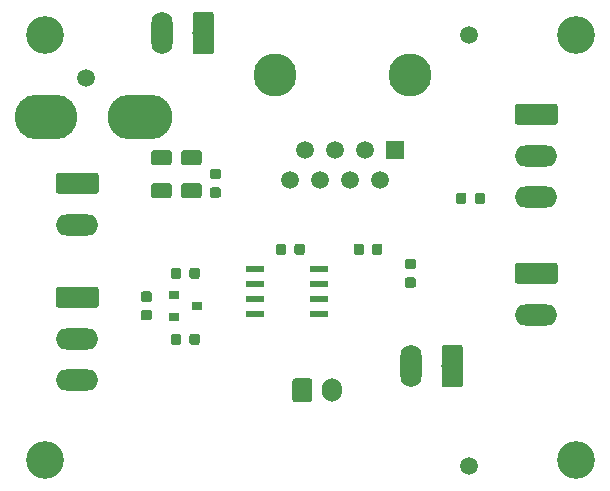
<source format=gbr>
%TF.GenerationSoftware,KiCad,Pcbnew,(5.1.4)-1*%
%TF.CreationDate,2021-10-25T09:38:00+02:00*%
%TF.ProjectId,bbb-diffcape-receiver,6262622d-6469-4666-9663-6170652d7265,rev?*%
%TF.SameCoordinates,Original*%
%TF.FileFunction,Soldermask,Top*%
%TF.FilePolarity,Negative*%
%FSLAX46Y46*%
G04 Gerber Fmt 4.6, Leading zero omitted, Abs format (unit mm)*
G04 Created by KiCad (PCBNEW (5.1.4)-1) date 2021-10-25 09:38:00*
%MOMM*%
%LPD*%
G04 APERTURE LIST*
%ADD10C,3.650000*%
%ADD11R,1.500000X1.500000*%
%ADD12C,1.500000*%
%ADD13O,1.800000X3.600000*%
%ADD14C,0.100000*%
%ADD15C,1.800000*%
%ADD16C,3.200000*%
%ADD17R,1.550000X0.600000*%
%ADD18C,0.875000*%
%ADD19O,1.700000X2.000000*%
%ADD20C,1.700000*%
%ADD21O,3.600000X1.800000*%
%ADD22O,5.300000X3.800000*%
%ADD23O,5.500000X3.800000*%
%ADD24R,0.900000X0.800000*%
%ADD25C,1.250000*%
G04 APERTURE END LIST*
D10*
%TO.C,J8*%
X111506000Y-56388000D03*
X122936000Y-56388000D03*
D11*
X121666000Y-62738000D03*
D12*
X120396000Y-65278000D03*
X119126000Y-62738000D03*
X117856000Y-65278000D03*
X116586000Y-62738000D03*
X115316000Y-65278000D03*
X114046000Y-62738000D03*
X112776000Y-65278000D03*
%TD*%
D13*
%TO.C,J7*%
X101910000Y-52832000D03*
D14*
G36*
X106084504Y-51033204D02*
G01*
X106108773Y-51036804D01*
X106132571Y-51042765D01*
X106155671Y-51051030D01*
X106177849Y-51061520D01*
X106198893Y-51074133D01*
X106218598Y-51088747D01*
X106236777Y-51105223D01*
X106253253Y-51123402D01*
X106267867Y-51143107D01*
X106280480Y-51164151D01*
X106290970Y-51186329D01*
X106299235Y-51209429D01*
X106305196Y-51233227D01*
X106308796Y-51257496D01*
X106310000Y-51282000D01*
X106310000Y-54382000D01*
X106308796Y-54406504D01*
X106305196Y-54430773D01*
X106299235Y-54454571D01*
X106290970Y-54477671D01*
X106280480Y-54499849D01*
X106267867Y-54520893D01*
X106253253Y-54540598D01*
X106236777Y-54558777D01*
X106218598Y-54575253D01*
X106198893Y-54589867D01*
X106177849Y-54602480D01*
X106155671Y-54612970D01*
X106132571Y-54621235D01*
X106108773Y-54627196D01*
X106084504Y-54630796D01*
X106060000Y-54632000D01*
X104760000Y-54632000D01*
X104735496Y-54630796D01*
X104711227Y-54627196D01*
X104687429Y-54621235D01*
X104664329Y-54612970D01*
X104642151Y-54602480D01*
X104621107Y-54589867D01*
X104601402Y-54575253D01*
X104583223Y-54558777D01*
X104566747Y-54540598D01*
X104552133Y-54520893D01*
X104539520Y-54499849D01*
X104529030Y-54477671D01*
X104520765Y-54454571D01*
X104514804Y-54430773D01*
X104511204Y-54406504D01*
X104510000Y-54382000D01*
X104510000Y-51282000D01*
X104511204Y-51257496D01*
X104514804Y-51233227D01*
X104520765Y-51209429D01*
X104529030Y-51186329D01*
X104539520Y-51164151D01*
X104552133Y-51143107D01*
X104566747Y-51123402D01*
X104583223Y-51105223D01*
X104601402Y-51088747D01*
X104621107Y-51074133D01*
X104642151Y-51061520D01*
X104664329Y-51051030D01*
X104687429Y-51042765D01*
X104711227Y-51036804D01*
X104735496Y-51033204D01*
X104760000Y-51032000D01*
X106060000Y-51032000D01*
X106084504Y-51033204D01*
X106084504Y-51033204D01*
G37*
D15*
X105410000Y-52832000D03*
%TD*%
D12*
%TO.C,FID3*%
X127889000Y-89471500D03*
%TD*%
%TO.C,FID2*%
X127889000Y-53022500D03*
%TD*%
%TO.C,FID1*%
X95504000Y-56642000D03*
%TD*%
D16*
%TO.C,H4*%
X137000000Y-89000000D03*
%TD*%
%TO.C,H3*%
X92000000Y-53000000D03*
%TD*%
%TO.C,H2*%
X137000000Y-53000000D03*
%TD*%
%TO.C,H1*%
X92000000Y-89000000D03*
%TD*%
D17*
%TO.C,U1*%
X109822000Y-76581000D03*
X109822000Y-75311000D03*
X109822000Y-74041000D03*
X109822000Y-72771000D03*
X115222000Y-72771000D03*
X115222000Y-74041000D03*
X115222000Y-75311000D03*
X115222000Y-76581000D03*
%TD*%
D14*
%TO.C,R5*%
G36*
X129069191Y-66328053D02*
G01*
X129090426Y-66331203D01*
X129111250Y-66336419D01*
X129131462Y-66343651D01*
X129150868Y-66352830D01*
X129169281Y-66363866D01*
X129186524Y-66376654D01*
X129202430Y-66391070D01*
X129216846Y-66406976D01*
X129229634Y-66424219D01*
X129240670Y-66442632D01*
X129249849Y-66462038D01*
X129257081Y-66482250D01*
X129262297Y-66503074D01*
X129265447Y-66524309D01*
X129266500Y-66545750D01*
X129266500Y-67058250D01*
X129265447Y-67079691D01*
X129262297Y-67100926D01*
X129257081Y-67121750D01*
X129249849Y-67141962D01*
X129240670Y-67161368D01*
X129229634Y-67179781D01*
X129216846Y-67197024D01*
X129202430Y-67212930D01*
X129186524Y-67227346D01*
X129169281Y-67240134D01*
X129150868Y-67251170D01*
X129131462Y-67260349D01*
X129111250Y-67267581D01*
X129090426Y-67272797D01*
X129069191Y-67275947D01*
X129047750Y-67277000D01*
X128610250Y-67277000D01*
X128588809Y-67275947D01*
X128567574Y-67272797D01*
X128546750Y-67267581D01*
X128526538Y-67260349D01*
X128507132Y-67251170D01*
X128488719Y-67240134D01*
X128471476Y-67227346D01*
X128455570Y-67212930D01*
X128441154Y-67197024D01*
X128428366Y-67179781D01*
X128417330Y-67161368D01*
X128408151Y-67141962D01*
X128400919Y-67121750D01*
X128395703Y-67100926D01*
X128392553Y-67079691D01*
X128391500Y-67058250D01*
X128391500Y-66545750D01*
X128392553Y-66524309D01*
X128395703Y-66503074D01*
X128400919Y-66482250D01*
X128408151Y-66462038D01*
X128417330Y-66442632D01*
X128428366Y-66424219D01*
X128441154Y-66406976D01*
X128455570Y-66391070D01*
X128471476Y-66376654D01*
X128488719Y-66363866D01*
X128507132Y-66352830D01*
X128526538Y-66343651D01*
X128546750Y-66336419D01*
X128567574Y-66331203D01*
X128588809Y-66328053D01*
X128610250Y-66327000D01*
X129047750Y-66327000D01*
X129069191Y-66328053D01*
X129069191Y-66328053D01*
G37*
D18*
X128829000Y-66802000D03*
D14*
G36*
X127494191Y-66328053D02*
G01*
X127515426Y-66331203D01*
X127536250Y-66336419D01*
X127556462Y-66343651D01*
X127575868Y-66352830D01*
X127594281Y-66363866D01*
X127611524Y-66376654D01*
X127627430Y-66391070D01*
X127641846Y-66406976D01*
X127654634Y-66424219D01*
X127665670Y-66442632D01*
X127674849Y-66462038D01*
X127682081Y-66482250D01*
X127687297Y-66503074D01*
X127690447Y-66524309D01*
X127691500Y-66545750D01*
X127691500Y-67058250D01*
X127690447Y-67079691D01*
X127687297Y-67100926D01*
X127682081Y-67121750D01*
X127674849Y-67141962D01*
X127665670Y-67161368D01*
X127654634Y-67179781D01*
X127641846Y-67197024D01*
X127627430Y-67212930D01*
X127611524Y-67227346D01*
X127594281Y-67240134D01*
X127575868Y-67251170D01*
X127556462Y-67260349D01*
X127536250Y-67267581D01*
X127515426Y-67272797D01*
X127494191Y-67275947D01*
X127472750Y-67277000D01*
X127035250Y-67277000D01*
X127013809Y-67275947D01*
X126992574Y-67272797D01*
X126971750Y-67267581D01*
X126951538Y-67260349D01*
X126932132Y-67251170D01*
X126913719Y-67240134D01*
X126896476Y-67227346D01*
X126880570Y-67212930D01*
X126866154Y-67197024D01*
X126853366Y-67179781D01*
X126842330Y-67161368D01*
X126833151Y-67141962D01*
X126825919Y-67121750D01*
X126820703Y-67100926D01*
X126817553Y-67079691D01*
X126816500Y-67058250D01*
X126816500Y-66545750D01*
X126817553Y-66524309D01*
X126820703Y-66503074D01*
X126825919Y-66482250D01*
X126833151Y-66462038D01*
X126842330Y-66442632D01*
X126853366Y-66424219D01*
X126866154Y-66406976D01*
X126880570Y-66391070D01*
X126896476Y-66376654D01*
X126913719Y-66363866D01*
X126932132Y-66352830D01*
X126951538Y-66343651D01*
X126971750Y-66336419D01*
X126992574Y-66331203D01*
X127013809Y-66328053D01*
X127035250Y-66327000D01*
X127472750Y-66327000D01*
X127494191Y-66328053D01*
X127494191Y-66328053D01*
G37*
D18*
X127254000Y-66802000D03*
%TD*%
D14*
%TO.C,R4*%
G36*
X118807191Y-70646053D02*
G01*
X118828426Y-70649203D01*
X118849250Y-70654419D01*
X118869462Y-70661651D01*
X118888868Y-70670830D01*
X118907281Y-70681866D01*
X118924524Y-70694654D01*
X118940430Y-70709070D01*
X118954846Y-70724976D01*
X118967634Y-70742219D01*
X118978670Y-70760632D01*
X118987849Y-70780038D01*
X118995081Y-70800250D01*
X119000297Y-70821074D01*
X119003447Y-70842309D01*
X119004500Y-70863750D01*
X119004500Y-71376250D01*
X119003447Y-71397691D01*
X119000297Y-71418926D01*
X118995081Y-71439750D01*
X118987849Y-71459962D01*
X118978670Y-71479368D01*
X118967634Y-71497781D01*
X118954846Y-71515024D01*
X118940430Y-71530930D01*
X118924524Y-71545346D01*
X118907281Y-71558134D01*
X118888868Y-71569170D01*
X118869462Y-71578349D01*
X118849250Y-71585581D01*
X118828426Y-71590797D01*
X118807191Y-71593947D01*
X118785750Y-71595000D01*
X118348250Y-71595000D01*
X118326809Y-71593947D01*
X118305574Y-71590797D01*
X118284750Y-71585581D01*
X118264538Y-71578349D01*
X118245132Y-71569170D01*
X118226719Y-71558134D01*
X118209476Y-71545346D01*
X118193570Y-71530930D01*
X118179154Y-71515024D01*
X118166366Y-71497781D01*
X118155330Y-71479368D01*
X118146151Y-71459962D01*
X118138919Y-71439750D01*
X118133703Y-71418926D01*
X118130553Y-71397691D01*
X118129500Y-71376250D01*
X118129500Y-70863750D01*
X118130553Y-70842309D01*
X118133703Y-70821074D01*
X118138919Y-70800250D01*
X118146151Y-70780038D01*
X118155330Y-70760632D01*
X118166366Y-70742219D01*
X118179154Y-70724976D01*
X118193570Y-70709070D01*
X118209476Y-70694654D01*
X118226719Y-70681866D01*
X118245132Y-70670830D01*
X118264538Y-70661651D01*
X118284750Y-70654419D01*
X118305574Y-70649203D01*
X118326809Y-70646053D01*
X118348250Y-70645000D01*
X118785750Y-70645000D01*
X118807191Y-70646053D01*
X118807191Y-70646053D01*
G37*
D18*
X118567000Y-71120000D03*
D14*
G36*
X120382191Y-70646053D02*
G01*
X120403426Y-70649203D01*
X120424250Y-70654419D01*
X120444462Y-70661651D01*
X120463868Y-70670830D01*
X120482281Y-70681866D01*
X120499524Y-70694654D01*
X120515430Y-70709070D01*
X120529846Y-70724976D01*
X120542634Y-70742219D01*
X120553670Y-70760632D01*
X120562849Y-70780038D01*
X120570081Y-70800250D01*
X120575297Y-70821074D01*
X120578447Y-70842309D01*
X120579500Y-70863750D01*
X120579500Y-71376250D01*
X120578447Y-71397691D01*
X120575297Y-71418926D01*
X120570081Y-71439750D01*
X120562849Y-71459962D01*
X120553670Y-71479368D01*
X120542634Y-71497781D01*
X120529846Y-71515024D01*
X120515430Y-71530930D01*
X120499524Y-71545346D01*
X120482281Y-71558134D01*
X120463868Y-71569170D01*
X120444462Y-71578349D01*
X120424250Y-71585581D01*
X120403426Y-71590797D01*
X120382191Y-71593947D01*
X120360750Y-71595000D01*
X119923250Y-71595000D01*
X119901809Y-71593947D01*
X119880574Y-71590797D01*
X119859750Y-71585581D01*
X119839538Y-71578349D01*
X119820132Y-71569170D01*
X119801719Y-71558134D01*
X119784476Y-71545346D01*
X119768570Y-71530930D01*
X119754154Y-71515024D01*
X119741366Y-71497781D01*
X119730330Y-71479368D01*
X119721151Y-71459962D01*
X119713919Y-71439750D01*
X119708703Y-71418926D01*
X119705553Y-71397691D01*
X119704500Y-71376250D01*
X119704500Y-70863750D01*
X119705553Y-70842309D01*
X119708703Y-70821074D01*
X119713919Y-70800250D01*
X119721151Y-70780038D01*
X119730330Y-70760632D01*
X119741366Y-70742219D01*
X119754154Y-70724976D01*
X119768570Y-70709070D01*
X119784476Y-70694654D01*
X119801719Y-70681866D01*
X119820132Y-70670830D01*
X119839538Y-70661651D01*
X119859750Y-70654419D01*
X119880574Y-70649203D01*
X119901809Y-70646053D01*
X119923250Y-70645000D01*
X120360750Y-70645000D01*
X120382191Y-70646053D01*
X120382191Y-70646053D01*
G37*
D18*
X120142000Y-71120000D03*
%TD*%
D14*
%TO.C,R3*%
G36*
X104913691Y-78266053D02*
G01*
X104934926Y-78269203D01*
X104955750Y-78274419D01*
X104975962Y-78281651D01*
X104995368Y-78290830D01*
X105013781Y-78301866D01*
X105031024Y-78314654D01*
X105046930Y-78329070D01*
X105061346Y-78344976D01*
X105074134Y-78362219D01*
X105085170Y-78380632D01*
X105094349Y-78400038D01*
X105101581Y-78420250D01*
X105106797Y-78441074D01*
X105109947Y-78462309D01*
X105111000Y-78483750D01*
X105111000Y-78996250D01*
X105109947Y-79017691D01*
X105106797Y-79038926D01*
X105101581Y-79059750D01*
X105094349Y-79079962D01*
X105085170Y-79099368D01*
X105074134Y-79117781D01*
X105061346Y-79135024D01*
X105046930Y-79150930D01*
X105031024Y-79165346D01*
X105013781Y-79178134D01*
X104995368Y-79189170D01*
X104975962Y-79198349D01*
X104955750Y-79205581D01*
X104934926Y-79210797D01*
X104913691Y-79213947D01*
X104892250Y-79215000D01*
X104454750Y-79215000D01*
X104433309Y-79213947D01*
X104412074Y-79210797D01*
X104391250Y-79205581D01*
X104371038Y-79198349D01*
X104351632Y-79189170D01*
X104333219Y-79178134D01*
X104315976Y-79165346D01*
X104300070Y-79150930D01*
X104285654Y-79135024D01*
X104272866Y-79117781D01*
X104261830Y-79099368D01*
X104252651Y-79079962D01*
X104245419Y-79059750D01*
X104240203Y-79038926D01*
X104237053Y-79017691D01*
X104236000Y-78996250D01*
X104236000Y-78483750D01*
X104237053Y-78462309D01*
X104240203Y-78441074D01*
X104245419Y-78420250D01*
X104252651Y-78400038D01*
X104261830Y-78380632D01*
X104272866Y-78362219D01*
X104285654Y-78344976D01*
X104300070Y-78329070D01*
X104315976Y-78314654D01*
X104333219Y-78301866D01*
X104351632Y-78290830D01*
X104371038Y-78281651D01*
X104391250Y-78274419D01*
X104412074Y-78269203D01*
X104433309Y-78266053D01*
X104454750Y-78265000D01*
X104892250Y-78265000D01*
X104913691Y-78266053D01*
X104913691Y-78266053D01*
G37*
D18*
X104673500Y-78740000D03*
D14*
G36*
X103338691Y-78266053D02*
G01*
X103359926Y-78269203D01*
X103380750Y-78274419D01*
X103400962Y-78281651D01*
X103420368Y-78290830D01*
X103438781Y-78301866D01*
X103456024Y-78314654D01*
X103471930Y-78329070D01*
X103486346Y-78344976D01*
X103499134Y-78362219D01*
X103510170Y-78380632D01*
X103519349Y-78400038D01*
X103526581Y-78420250D01*
X103531797Y-78441074D01*
X103534947Y-78462309D01*
X103536000Y-78483750D01*
X103536000Y-78996250D01*
X103534947Y-79017691D01*
X103531797Y-79038926D01*
X103526581Y-79059750D01*
X103519349Y-79079962D01*
X103510170Y-79099368D01*
X103499134Y-79117781D01*
X103486346Y-79135024D01*
X103471930Y-79150930D01*
X103456024Y-79165346D01*
X103438781Y-79178134D01*
X103420368Y-79189170D01*
X103400962Y-79198349D01*
X103380750Y-79205581D01*
X103359926Y-79210797D01*
X103338691Y-79213947D01*
X103317250Y-79215000D01*
X102879750Y-79215000D01*
X102858309Y-79213947D01*
X102837074Y-79210797D01*
X102816250Y-79205581D01*
X102796038Y-79198349D01*
X102776632Y-79189170D01*
X102758219Y-79178134D01*
X102740976Y-79165346D01*
X102725070Y-79150930D01*
X102710654Y-79135024D01*
X102697866Y-79117781D01*
X102686830Y-79099368D01*
X102677651Y-79079962D01*
X102670419Y-79059750D01*
X102665203Y-79038926D01*
X102662053Y-79017691D01*
X102661000Y-78996250D01*
X102661000Y-78483750D01*
X102662053Y-78462309D01*
X102665203Y-78441074D01*
X102670419Y-78420250D01*
X102677651Y-78400038D01*
X102686830Y-78380632D01*
X102697866Y-78362219D01*
X102710654Y-78344976D01*
X102725070Y-78329070D01*
X102740976Y-78314654D01*
X102758219Y-78301866D01*
X102776632Y-78290830D01*
X102796038Y-78281651D01*
X102816250Y-78274419D01*
X102837074Y-78269203D01*
X102858309Y-78266053D01*
X102879750Y-78265000D01*
X103317250Y-78265000D01*
X103338691Y-78266053D01*
X103338691Y-78266053D01*
G37*
D18*
X103098500Y-78740000D03*
%TD*%
D14*
%TO.C,R2*%
G36*
X104913691Y-72678053D02*
G01*
X104934926Y-72681203D01*
X104955750Y-72686419D01*
X104975962Y-72693651D01*
X104995368Y-72702830D01*
X105013781Y-72713866D01*
X105031024Y-72726654D01*
X105046930Y-72741070D01*
X105061346Y-72756976D01*
X105074134Y-72774219D01*
X105085170Y-72792632D01*
X105094349Y-72812038D01*
X105101581Y-72832250D01*
X105106797Y-72853074D01*
X105109947Y-72874309D01*
X105111000Y-72895750D01*
X105111000Y-73408250D01*
X105109947Y-73429691D01*
X105106797Y-73450926D01*
X105101581Y-73471750D01*
X105094349Y-73491962D01*
X105085170Y-73511368D01*
X105074134Y-73529781D01*
X105061346Y-73547024D01*
X105046930Y-73562930D01*
X105031024Y-73577346D01*
X105013781Y-73590134D01*
X104995368Y-73601170D01*
X104975962Y-73610349D01*
X104955750Y-73617581D01*
X104934926Y-73622797D01*
X104913691Y-73625947D01*
X104892250Y-73627000D01*
X104454750Y-73627000D01*
X104433309Y-73625947D01*
X104412074Y-73622797D01*
X104391250Y-73617581D01*
X104371038Y-73610349D01*
X104351632Y-73601170D01*
X104333219Y-73590134D01*
X104315976Y-73577346D01*
X104300070Y-73562930D01*
X104285654Y-73547024D01*
X104272866Y-73529781D01*
X104261830Y-73511368D01*
X104252651Y-73491962D01*
X104245419Y-73471750D01*
X104240203Y-73450926D01*
X104237053Y-73429691D01*
X104236000Y-73408250D01*
X104236000Y-72895750D01*
X104237053Y-72874309D01*
X104240203Y-72853074D01*
X104245419Y-72832250D01*
X104252651Y-72812038D01*
X104261830Y-72792632D01*
X104272866Y-72774219D01*
X104285654Y-72756976D01*
X104300070Y-72741070D01*
X104315976Y-72726654D01*
X104333219Y-72713866D01*
X104351632Y-72702830D01*
X104371038Y-72693651D01*
X104391250Y-72686419D01*
X104412074Y-72681203D01*
X104433309Y-72678053D01*
X104454750Y-72677000D01*
X104892250Y-72677000D01*
X104913691Y-72678053D01*
X104913691Y-72678053D01*
G37*
D18*
X104673500Y-73152000D03*
D14*
G36*
X103338691Y-72678053D02*
G01*
X103359926Y-72681203D01*
X103380750Y-72686419D01*
X103400962Y-72693651D01*
X103420368Y-72702830D01*
X103438781Y-72713866D01*
X103456024Y-72726654D01*
X103471930Y-72741070D01*
X103486346Y-72756976D01*
X103499134Y-72774219D01*
X103510170Y-72792632D01*
X103519349Y-72812038D01*
X103526581Y-72832250D01*
X103531797Y-72853074D01*
X103534947Y-72874309D01*
X103536000Y-72895750D01*
X103536000Y-73408250D01*
X103534947Y-73429691D01*
X103531797Y-73450926D01*
X103526581Y-73471750D01*
X103519349Y-73491962D01*
X103510170Y-73511368D01*
X103499134Y-73529781D01*
X103486346Y-73547024D01*
X103471930Y-73562930D01*
X103456024Y-73577346D01*
X103438781Y-73590134D01*
X103420368Y-73601170D01*
X103400962Y-73610349D01*
X103380750Y-73617581D01*
X103359926Y-73622797D01*
X103338691Y-73625947D01*
X103317250Y-73627000D01*
X102879750Y-73627000D01*
X102858309Y-73625947D01*
X102837074Y-73622797D01*
X102816250Y-73617581D01*
X102796038Y-73610349D01*
X102776632Y-73601170D01*
X102758219Y-73590134D01*
X102740976Y-73577346D01*
X102725070Y-73562930D01*
X102710654Y-73547024D01*
X102697866Y-73529781D01*
X102686830Y-73511368D01*
X102677651Y-73491962D01*
X102670419Y-73471750D01*
X102665203Y-73450926D01*
X102662053Y-73429691D01*
X102661000Y-73408250D01*
X102661000Y-72895750D01*
X102662053Y-72874309D01*
X102665203Y-72853074D01*
X102670419Y-72832250D01*
X102677651Y-72812038D01*
X102686830Y-72792632D01*
X102697866Y-72774219D01*
X102710654Y-72756976D01*
X102725070Y-72741070D01*
X102740976Y-72726654D01*
X102758219Y-72713866D01*
X102776632Y-72702830D01*
X102796038Y-72693651D01*
X102816250Y-72686419D01*
X102837074Y-72681203D01*
X102858309Y-72678053D01*
X102879750Y-72677000D01*
X103317250Y-72677000D01*
X103338691Y-72678053D01*
X103338691Y-72678053D01*
G37*
D18*
X103098500Y-73152000D03*
%TD*%
D14*
%TO.C,R1*%
G36*
X100861691Y-76271553D02*
G01*
X100882926Y-76274703D01*
X100903750Y-76279919D01*
X100923962Y-76287151D01*
X100943368Y-76296330D01*
X100961781Y-76307366D01*
X100979024Y-76320154D01*
X100994930Y-76334570D01*
X101009346Y-76350476D01*
X101022134Y-76367719D01*
X101033170Y-76386132D01*
X101042349Y-76405538D01*
X101049581Y-76425750D01*
X101054797Y-76446574D01*
X101057947Y-76467809D01*
X101059000Y-76489250D01*
X101059000Y-76926750D01*
X101057947Y-76948191D01*
X101054797Y-76969426D01*
X101049581Y-76990250D01*
X101042349Y-77010462D01*
X101033170Y-77029868D01*
X101022134Y-77048281D01*
X101009346Y-77065524D01*
X100994930Y-77081430D01*
X100979024Y-77095846D01*
X100961781Y-77108634D01*
X100943368Y-77119670D01*
X100923962Y-77128849D01*
X100903750Y-77136081D01*
X100882926Y-77141297D01*
X100861691Y-77144447D01*
X100840250Y-77145500D01*
X100327750Y-77145500D01*
X100306309Y-77144447D01*
X100285074Y-77141297D01*
X100264250Y-77136081D01*
X100244038Y-77128849D01*
X100224632Y-77119670D01*
X100206219Y-77108634D01*
X100188976Y-77095846D01*
X100173070Y-77081430D01*
X100158654Y-77065524D01*
X100145866Y-77048281D01*
X100134830Y-77029868D01*
X100125651Y-77010462D01*
X100118419Y-76990250D01*
X100113203Y-76969426D01*
X100110053Y-76948191D01*
X100109000Y-76926750D01*
X100109000Y-76489250D01*
X100110053Y-76467809D01*
X100113203Y-76446574D01*
X100118419Y-76425750D01*
X100125651Y-76405538D01*
X100134830Y-76386132D01*
X100145866Y-76367719D01*
X100158654Y-76350476D01*
X100173070Y-76334570D01*
X100188976Y-76320154D01*
X100206219Y-76307366D01*
X100224632Y-76296330D01*
X100244038Y-76287151D01*
X100264250Y-76279919D01*
X100285074Y-76274703D01*
X100306309Y-76271553D01*
X100327750Y-76270500D01*
X100840250Y-76270500D01*
X100861691Y-76271553D01*
X100861691Y-76271553D01*
G37*
D18*
X100584000Y-76708000D03*
D14*
G36*
X100861691Y-74696553D02*
G01*
X100882926Y-74699703D01*
X100903750Y-74704919D01*
X100923962Y-74712151D01*
X100943368Y-74721330D01*
X100961781Y-74732366D01*
X100979024Y-74745154D01*
X100994930Y-74759570D01*
X101009346Y-74775476D01*
X101022134Y-74792719D01*
X101033170Y-74811132D01*
X101042349Y-74830538D01*
X101049581Y-74850750D01*
X101054797Y-74871574D01*
X101057947Y-74892809D01*
X101059000Y-74914250D01*
X101059000Y-75351750D01*
X101057947Y-75373191D01*
X101054797Y-75394426D01*
X101049581Y-75415250D01*
X101042349Y-75435462D01*
X101033170Y-75454868D01*
X101022134Y-75473281D01*
X101009346Y-75490524D01*
X100994930Y-75506430D01*
X100979024Y-75520846D01*
X100961781Y-75533634D01*
X100943368Y-75544670D01*
X100923962Y-75553849D01*
X100903750Y-75561081D01*
X100882926Y-75566297D01*
X100861691Y-75569447D01*
X100840250Y-75570500D01*
X100327750Y-75570500D01*
X100306309Y-75569447D01*
X100285074Y-75566297D01*
X100264250Y-75561081D01*
X100244038Y-75553849D01*
X100224632Y-75544670D01*
X100206219Y-75533634D01*
X100188976Y-75520846D01*
X100173070Y-75506430D01*
X100158654Y-75490524D01*
X100145866Y-75473281D01*
X100134830Y-75454868D01*
X100125651Y-75435462D01*
X100118419Y-75415250D01*
X100113203Y-75394426D01*
X100110053Y-75373191D01*
X100109000Y-75351750D01*
X100109000Y-74914250D01*
X100110053Y-74892809D01*
X100113203Y-74871574D01*
X100118419Y-74850750D01*
X100125651Y-74830538D01*
X100134830Y-74811132D01*
X100145866Y-74792719D01*
X100158654Y-74775476D01*
X100173070Y-74759570D01*
X100188976Y-74745154D01*
X100206219Y-74732366D01*
X100224632Y-74721330D01*
X100244038Y-74712151D01*
X100264250Y-74704919D01*
X100285074Y-74699703D01*
X100306309Y-74696553D01*
X100327750Y-74695500D01*
X100840250Y-74695500D01*
X100861691Y-74696553D01*
X100861691Y-74696553D01*
G37*
D18*
X100584000Y-75133000D03*
%TD*%
D19*
%TO.C,J6*%
X116292000Y-83058000D03*
D14*
G36*
X114416504Y-82059204D02*
G01*
X114440773Y-82062804D01*
X114464571Y-82068765D01*
X114487671Y-82077030D01*
X114509849Y-82087520D01*
X114530893Y-82100133D01*
X114550598Y-82114747D01*
X114568777Y-82131223D01*
X114585253Y-82149402D01*
X114599867Y-82169107D01*
X114612480Y-82190151D01*
X114622970Y-82212329D01*
X114631235Y-82235429D01*
X114637196Y-82259227D01*
X114640796Y-82283496D01*
X114642000Y-82308000D01*
X114642000Y-83808000D01*
X114640796Y-83832504D01*
X114637196Y-83856773D01*
X114631235Y-83880571D01*
X114622970Y-83903671D01*
X114612480Y-83925849D01*
X114599867Y-83946893D01*
X114585253Y-83966598D01*
X114568777Y-83984777D01*
X114550598Y-84001253D01*
X114530893Y-84015867D01*
X114509849Y-84028480D01*
X114487671Y-84038970D01*
X114464571Y-84047235D01*
X114440773Y-84053196D01*
X114416504Y-84056796D01*
X114392000Y-84058000D01*
X113192000Y-84058000D01*
X113167496Y-84056796D01*
X113143227Y-84053196D01*
X113119429Y-84047235D01*
X113096329Y-84038970D01*
X113074151Y-84028480D01*
X113053107Y-84015867D01*
X113033402Y-84001253D01*
X113015223Y-83984777D01*
X112998747Y-83966598D01*
X112984133Y-83946893D01*
X112971520Y-83925849D01*
X112961030Y-83903671D01*
X112952765Y-83880571D01*
X112946804Y-83856773D01*
X112943204Y-83832504D01*
X112942000Y-83808000D01*
X112942000Y-82308000D01*
X112943204Y-82283496D01*
X112946804Y-82259227D01*
X112952765Y-82235429D01*
X112961030Y-82212329D01*
X112971520Y-82190151D01*
X112984133Y-82169107D01*
X112998747Y-82149402D01*
X113015223Y-82131223D01*
X113033402Y-82114747D01*
X113053107Y-82100133D01*
X113074151Y-82087520D01*
X113096329Y-82077030D01*
X113119429Y-82068765D01*
X113143227Y-82062804D01*
X113167496Y-82059204D01*
X113192000Y-82058000D01*
X114392000Y-82058000D01*
X114416504Y-82059204D01*
X114416504Y-82059204D01*
G37*
D20*
X113792000Y-83058000D03*
%TD*%
D21*
%TO.C,J5*%
X133604000Y-66690000D03*
X133604000Y-63190000D03*
D14*
G36*
X135178504Y-58791204D02*
G01*
X135202773Y-58794804D01*
X135226571Y-58800765D01*
X135249671Y-58809030D01*
X135271849Y-58819520D01*
X135292893Y-58832133D01*
X135312598Y-58846747D01*
X135330777Y-58863223D01*
X135347253Y-58881402D01*
X135361867Y-58901107D01*
X135374480Y-58922151D01*
X135384970Y-58944329D01*
X135393235Y-58967429D01*
X135399196Y-58991227D01*
X135402796Y-59015496D01*
X135404000Y-59040000D01*
X135404000Y-60340000D01*
X135402796Y-60364504D01*
X135399196Y-60388773D01*
X135393235Y-60412571D01*
X135384970Y-60435671D01*
X135374480Y-60457849D01*
X135361867Y-60478893D01*
X135347253Y-60498598D01*
X135330777Y-60516777D01*
X135312598Y-60533253D01*
X135292893Y-60547867D01*
X135271849Y-60560480D01*
X135249671Y-60570970D01*
X135226571Y-60579235D01*
X135202773Y-60585196D01*
X135178504Y-60588796D01*
X135154000Y-60590000D01*
X132054000Y-60590000D01*
X132029496Y-60588796D01*
X132005227Y-60585196D01*
X131981429Y-60579235D01*
X131958329Y-60570970D01*
X131936151Y-60560480D01*
X131915107Y-60547867D01*
X131895402Y-60533253D01*
X131877223Y-60516777D01*
X131860747Y-60498598D01*
X131846133Y-60478893D01*
X131833520Y-60457849D01*
X131823030Y-60435671D01*
X131814765Y-60412571D01*
X131808804Y-60388773D01*
X131805204Y-60364504D01*
X131804000Y-60340000D01*
X131804000Y-59040000D01*
X131805204Y-59015496D01*
X131808804Y-58991227D01*
X131814765Y-58967429D01*
X131823030Y-58944329D01*
X131833520Y-58922151D01*
X131846133Y-58901107D01*
X131860747Y-58881402D01*
X131877223Y-58863223D01*
X131895402Y-58846747D01*
X131915107Y-58832133D01*
X131936151Y-58819520D01*
X131958329Y-58809030D01*
X131981429Y-58800765D01*
X132005227Y-58794804D01*
X132029496Y-58791204D01*
X132054000Y-58790000D01*
X135154000Y-58790000D01*
X135178504Y-58791204D01*
X135178504Y-58791204D01*
G37*
D15*
X133604000Y-59690000D03*
%TD*%
D21*
%TO.C,J4*%
X133604000Y-76652000D03*
D14*
G36*
X135178504Y-72253204D02*
G01*
X135202773Y-72256804D01*
X135226571Y-72262765D01*
X135249671Y-72271030D01*
X135271849Y-72281520D01*
X135292893Y-72294133D01*
X135312598Y-72308747D01*
X135330777Y-72325223D01*
X135347253Y-72343402D01*
X135361867Y-72363107D01*
X135374480Y-72384151D01*
X135384970Y-72406329D01*
X135393235Y-72429429D01*
X135399196Y-72453227D01*
X135402796Y-72477496D01*
X135404000Y-72502000D01*
X135404000Y-73802000D01*
X135402796Y-73826504D01*
X135399196Y-73850773D01*
X135393235Y-73874571D01*
X135384970Y-73897671D01*
X135374480Y-73919849D01*
X135361867Y-73940893D01*
X135347253Y-73960598D01*
X135330777Y-73978777D01*
X135312598Y-73995253D01*
X135292893Y-74009867D01*
X135271849Y-74022480D01*
X135249671Y-74032970D01*
X135226571Y-74041235D01*
X135202773Y-74047196D01*
X135178504Y-74050796D01*
X135154000Y-74052000D01*
X132054000Y-74052000D01*
X132029496Y-74050796D01*
X132005227Y-74047196D01*
X131981429Y-74041235D01*
X131958329Y-74032970D01*
X131936151Y-74022480D01*
X131915107Y-74009867D01*
X131895402Y-73995253D01*
X131877223Y-73978777D01*
X131860747Y-73960598D01*
X131846133Y-73940893D01*
X131833520Y-73919849D01*
X131823030Y-73897671D01*
X131814765Y-73874571D01*
X131808804Y-73850773D01*
X131805204Y-73826504D01*
X131804000Y-73802000D01*
X131804000Y-72502000D01*
X131805204Y-72477496D01*
X131808804Y-72453227D01*
X131814765Y-72429429D01*
X131823030Y-72406329D01*
X131833520Y-72384151D01*
X131846133Y-72363107D01*
X131860747Y-72343402D01*
X131877223Y-72325223D01*
X131895402Y-72308747D01*
X131915107Y-72294133D01*
X131936151Y-72281520D01*
X131958329Y-72271030D01*
X131981429Y-72262765D01*
X132005227Y-72256804D01*
X132029496Y-72253204D01*
X132054000Y-72252000D01*
X135154000Y-72252000D01*
X135178504Y-72253204D01*
X135178504Y-72253204D01*
G37*
D15*
X133604000Y-73152000D03*
%TD*%
D13*
%TO.C,J3*%
X122992000Y-81026000D03*
D14*
G36*
X127166504Y-79227204D02*
G01*
X127190773Y-79230804D01*
X127214571Y-79236765D01*
X127237671Y-79245030D01*
X127259849Y-79255520D01*
X127280893Y-79268133D01*
X127300598Y-79282747D01*
X127318777Y-79299223D01*
X127335253Y-79317402D01*
X127349867Y-79337107D01*
X127362480Y-79358151D01*
X127372970Y-79380329D01*
X127381235Y-79403429D01*
X127387196Y-79427227D01*
X127390796Y-79451496D01*
X127392000Y-79476000D01*
X127392000Y-82576000D01*
X127390796Y-82600504D01*
X127387196Y-82624773D01*
X127381235Y-82648571D01*
X127372970Y-82671671D01*
X127362480Y-82693849D01*
X127349867Y-82714893D01*
X127335253Y-82734598D01*
X127318777Y-82752777D01*
X127300598Y-82769253D01*
X127280893Y-82783867D01*
X127259849Y-82796480D01*
X127237671Y-82806970D01*
X127214571Y-82815235D01*
X127190773Y-82821196D01*
X127166504Y-82824796D01*
X127142000Y-82826000D01*
X125842000Y-82826000D01*
X125817496Y-82824796D01*
X125793227Y-82821196D01*
X125769429Y-82815235D01*
X125746329Y-82806970D01*
X125724151Y-82796480D01*
X125703107Y-82783867D01*
X125683402Y-82769253D01*
X125665223Y-82752777D01*
X125648747Y-82734598D01*
X125634133Y-82714893D01*
X125621520Y-82693849D01*
X125611030Y-82671671D01*
X125602765Y-82648571D01*
X125596804Y-82624773D01*
X125593204Y-82600504D01*
X125592000Y-82576000D01*
X125592000Y-79476000D01*
X125593204Y-79451496D01*
X125596804Y-79427227D01*
X125602765Y-79403429D01*
X125611030Y-79380329D01*
X125621520Y-79358151D01*
X125634133Y-79337107D01*
X125648747Y-79317402D01*
X125665223Y-79299223D01*
X125683402Y-79282747D01*
X125703107Y-79268133D01*
X125724151Y-79255520D01*
X125746329Y-79245030D01*
X125769429Y-79236765D01*
X125793227Y-79230804D01*
X125817496Y-79227204D01*
X125842000Y-79226000D01*
X127142000Y-79226000D01*
X127166504Y-79227204D01*
X127166504Y-79227204D01*
G37*
D15*
X126492000Y-81026000D03*
%TD*%
D21*
%TO.C,J2*%
X94742000Y-82184000D03*
X94742000Y-78684000D03*
D14*
G36*
X96316504Y-74285204D02*
G01*
X96340773Y-74288804D01*
X96364571Y-74294765D01*
X96387671Y-74303030D01*
X96409849Y-74313520D01*
X96430893Y-74326133D01*
X96450598Y-74340747D01*
X96468777Y-74357223D01*
X96485253Y-74375402D01*
X96499867Y-74395107D01*
X96512480Y-74416151D01*
X96522970Y-74438329D01*
X96531235Y-74461429D01*
X96537196Y-74485227D01*
X96540796Y-74509496D01*
X96542000Y-74534000D01*
X96542000Y-75834000D01*
X96540796Y-75858504D01*
X96537196Y-75882773D01*
X96531235Y-75906571D01*
X96522970Y-75929671D01*
X96512480Y-75951849D01*
X96499867Y-75972893D01*
X96485253Y-75992598D01*
X96468777Y-76010777D01*
X96450598Y-76027253D01*
X96430893Y-76041867D01*
X96409849Y-76054480D01*
X96387671Y-76064970D01*
X96364571Y-76073235D01*
X96340773Y-76079196D01*
X96316504Y-76082796D01*
X96292000Y-76084000D01*
X93192000Y-76084000D01*
X93167496Y-76082796D01*
X93143227Y-76079196D01*
X93119429Y-76073235D01*
X93096329Y-76064970D01*
X93074151Y-76054480D01*
X93053107Y-76041867D01*
X93033402Y-76027253D01*
X93015223Y-76010777D01*
X92998747Y-75992598D01*
X92984133Y-75972893D01*
X92971520Y-75951849D01*
X92961030Y-75929671D01*
X92952765Y-75906571D01*
X92946804Y-75882773D01*
X92943204Y-75858504D01*
X92942000Y-75834000D01*
X92942000Y-74534000D01*
X92943204Y-74509496D01*
X92946804Y-74485227D01*
X92952765Y-74461429D01*
X92961030Y-74438329D01*
X92971520Y-74416151D01*
X92984133Y-74395107D01*
X92998747Y-74375402D01*
X93015223Y-74357223D01*
X93033402Y-74340747D01*
X93053107Y-74326133D01*
X93074151Y-74313520D01*
X93096329Y-74303030D01*
X93119429Y-74294765D01*
X93143227Y-74288804D01*
X93167496Y-74285204D01*
X93192000Y-74284000D01*
X96292000Y-74284000D01*
X96316504Y-74285204D01*
X96316504Y-74285204D01*
G37*
D15*
X94742000Y-75184000D03*
%TD*%
D21*
%TO.C,J1*%
X94742000Y-69032000D03*
D14*
G36*
X96316504Y-64633204D02*
G01*
X96340773Y-64636804D01*
X96364571Y-64642765D01*
X96387671Y-64651030D01*
X96409849Y-64661520D01*
X96430893Y-64674133D01*
X96450598Y-64688747D01*
X96468777Y-64705223D01*
X96485253Y-64723402D01*
X96499867Y-64743107D01*
X96512480Y-64764151D01*
X96522970Y-64786329D01*
X96531235Y-64809429D01*
X96537196Y-64833227D01*
X96540796Y-64857496D01*
X96542000Y-64882000D01*
X96542000Y-66182000D01*
X96540796Y-66206504D01*
X96537196Y-66230773D01*
X96531235Y-66254571D01*
X96522970Y-66277671D01*
X96512480Y-66299849D01*
X96499867Y-66320893D01*
X96485253Y-66340598D01*
X96468777Y-66358777D01*
X96450598Y-66375253D01*
X96430893Y-66389867D01*
X96409849Y-66402480D01*
X96387671Y-66412970D01*
X96364571Y-66421235D01*
X96340773Y-66427196D01*
X96316504Y-66430796D01*
X96292000Y-66432000D01*
X93192000Y-66432000D01*
X93167496Y-66430796D01*
X93143227Y-66427196D01*
X93119429Y-66421235D01*
X93096329Y-66412970D01*
X93074151Y-66402480D01*
X93053107Y-66389867D01*
X93033402Y-66375253D01*
X93015223Y-66358777D01*
X92998747Y-66340598D01*
X92984133Y-66320893D01*
X92971520Y-66299849D01*
X92961030Y-66277671D01*
X92952765Y-66254571D01*
X92946804Y-66230773D01*
X92943204Y-66206504D01*
X92942000Y-66182000D01*
X92942000Y-64882000D01*
X92943204Y-64857496D01*
X92946804Y-64833227D01*
X92952765Y-64809429D01*
X92961030Y-64786329D01*
X92971520Y-64764151D01*
X92984133Y-64743107D01*
X92998747Y-64723402D01*
X93015223Y-64705223D01*
X93033402Y-64688747D01*
X93053107Y-64674133D01*
X93074151Y-64661520D01*
X93096329Y-64651030D01*
X93119429Y-64642765D01*
X93143227Y-64636804D01*
X93167496Y-64633204D01*
X93192000Y-64632000D01*
X96292000Y-64632000D01*
X96316504Y-64633204D01*
X96316504Y-64633204D01*
G37*
D15*
X94742000Y-65532000D03*
%TD*%
D22*
%TO.C,F1*%
X92076000Y-59944000D03*
D23*
X100076000Y-59944000D03*
%TD*%
D14*
%TO.C,D2*%
G36*
X123213691Y-71928053D02*
G01*
X123234926Y-71931203D01*
X123255750Y-71936419D01*
X123275962Y-71943651D01*
X123295368Y-71952830D01*
X123313781Y-71963866D01*
X123331024Y-71976654D01*
X123346930Y-71991070D01*
X123361346Y-72006976D01*
X123374134Y-72024219D01*
X123385170Y-72042632D01*
X123394349Y-72062038D01*
X123401581Y-72082250D01*
X123406797Y-72103074D01*
X123409947Y-72124309D01*
X123411000Y-72145750D01*
X123411000Y-72583250D01*
X123409947Y-72604691D01*
X123406797Y-72625926D01*
X123401581Y-72646750D01*
X123394349Y-72666962D01*
X123385170Y-72686368D01*
X123374134Y-72704781D01*
X123361346Y-72722024D01*
X123346930Y-72737930D01*
X123331024Y-72752346D01*
X123313781Y-72765134D01*
X123295368Y-72776170D01*
X123275962Y-72785349D01*
X123255750Y-72792581D01*
X123234926Y-72797797D01*
X123213691Y-72800947D01*
X123192250Y-72802000D01*
X122679750Y-72802000D01*
X122658309Y-72800947D01*
X122637074Y-72797797D01*
X122616250Y-72792581D01*
X122596038Y-72785349D01*
X122576632Y-72776170D01*
X122558219Y-72765134D01*
X122540976Y-72752346D01*
X122525070Y-72737930D01*
X122510654Y-72722024D01*
X122497866Y-72704781D01*
X122486830Y-72686368D01*
X122477651Y-72666962D01*
X122470419Y-72646750D01*
X122465203Y-72625926D01*
X122462053Y-72604691D01*
X122461000Y-72583250D01*
X122461000Y-72145750D01*
X122462053Y-72124309D01*
X122465203Y-72103074D01*
X122470419Y-72082250D01*
X122477651Y-72062038D01*
X122486830Y-72042632D01*
X122497866Y-72024219D01*
X122510654Y-72006976D01*
X122525070Y-71991070D01*
X122540976Y-71976654D01*
X122558219Y-71963866D01*
X122576632Y-71952830D01*
X122596038Y-71943651D01*
X122616250Y-71936419D01*
X122637074Y-71931203D01*
X122658309Y-71928053D01*
X122679750Y-71927000D01*
X123192250Y-71927000D01*
X123213691Y-71928053D01*
X123213691Y-71928053D01*
G37*
D18*
X122936000Y-72364500D03*
D14*
G36*
X123213691Y-73503053D02*
G01*
X123234926Y-73506203D01*
X123255750Y-73511419D01*
X123275962Y-73518651D01*
X123295368Y-73527830D01*
X123313781Y-73538866D01*
X123331024Y-73551654D01*
X123346930Y-73566070D01*
X123361346Y-73581976D01*
X123374134Y-73599219D01*
X123385170Y-73617632D01*
X123394349Y-73637038D01*
X123401581Y-73657250D01*
X123406797Y-73678074D01*
X123409947Y-73699309D01*
X123411000Y-73720750D01*
X123411000Y-74158250D01*
X123409947Y-74179691D01*
X123406797Y-74200926D01*
X123401581Y-74221750D01*
X123394349Y-74241962D01*
X123385170Y-74261368D01*
X123374134Y-74279781D01*
X123361346Y-74297024D01*
X123346930Y-74312930D01*
X123331024Y-74327346D01*
X123313781Y-74340134D01*
X123295368Y-74351170D01*
X123275962Y-74360349D01*
X123255750Y-74367581D01*
X123234926Y-74372797D01*
X123213691Y-74375947D01*
X123192250Y-74377000D01*
X122679750Y-74377000D01*
X122658309Y-74375947D01*
X122637074Y-74372797D01*
X122616250Y-74367581D01*
X122596038Y-74360349D01*
X122576632Y-74351170D01*
X122558219Y-74340134D01*
X122540976Y-74327346D01*
X122525070Y-74312930D01*
X122510654Y-74297024D01*
X122497866Y-74279781D01*
X122486830Y-74261368D01*
X122477651Y-74241962D01*
X122470419Y-74221750D01*
X122465203Y-74200926D01*
X122462053Y-74179691D01*
X122461000Y-74158250D01*
X122461000Y-73720750D01*
X122462053Y-73699309D01*
X122465203Y-73678074D01*
X122470419Y-73657250D01*
X122477651Y-73637038D01*
X122486830Y-73617632D01*
X122497866Y-73599219D01*
X122510654Y-73581976D01*
X122525070Y-73566070D01*
X122540976Y-73551654D01*
X122558219Y-73538866D01*
X122576632Y-73527830D01*
X122596038Y-73518651D01*
X122616250Y-73511419D01*
X122637074Y-73506203D01*
X122658309Y-73503053D01*
X122679750Y-73502000D01*
X123192250Y-73502000D01*
X123213691Y-73503053D01*
X123213691Y-73503053D01*
G37*
D18*
X122936000Y-73939500D03*
%TD*%
D24*
%TO.C,D1*%
X104886000Y-75946000D03*
X102886000Y-76896000D03*
X102886000Y-74996000D03*
%TD*%
D14*
%TO.C,C4*%
G36*
X113803691Y-70646053D02*
G01*
X113824926Y-70649203D01*
X113845750Y-70654419D01*
X113865962Y-70661651D01*
X113885368Y-70670830D01*
X113903781Y-70681866D01*
X113921024Y-70694654D01*
X113936930Y-70709070D01*
X113951346Y-70724976D01*
X113964134Y-70742219D01*
X113975170Y-70760632D01*
X113984349Y-70780038D01*
X113991581Y-70800250D01*
X113996797Y-70821074D01*
X113999947Y-70842309D01*
X114001000Y-70863750D01*
X114001000Y-71376250D01*
X113999947Y-71397691D01*
X113996797Y-71418926D01*
X113991581Y-71439750D01*
X113984349Y-71459962D01*
X113975170Y-71479368D01*
X113964134Y-71497781D01*
X113951346Y-71515024D01*
X113936930Y-71530930D01*
X113921024Y-71545346D01*
X113903781Y-71558134D01*
X113885368Y-71569170D01*
X113865962Y-71578349D01*
X113845750Y-71585581D01*
X113824926Y-71590797D01*
X113803691Y-71593947D01*
X113782250Y-71595000D01*
X113344750Y-71595000D01*
X113323309Y-71593947D01*
X113302074Y-71590797D01*
X113281250Y-71585581D01*
X113261038Y-71578349D01*
X113241632Y-71569170D01*
X113223219Y-71558134D01*
X113205976Y-71545346D01*
X113190070Y-71530930D01*
X113175654Y-71515024D01*
X113162866Y-71497781D01*
X113151830Y-71479368D01*
X113142651Y-71459962D01*
X113135419Y-71439750D01*
X113130203Y-71418926D01*
X113127053Y-71397691D01*
X113126000Y-71376250D01*
X113126000Y-70863750D01*
X113127053Y-70842309D01*
X113130203Y-70821074D01*
X113135419Y-70800250D01*
X113142651Y-70780038D01*
X113151830Y-70760632D01*
X113162866Y-70742219D01*
X113175654Y-70724976D01*
X113190070Y-70709070D01*
X113205976Y-70694654D01*
X113223219Y-70681866D01*
X113241632Y-70670830D01*
X113261038Y-70661651D01*
X113281250Y-70654419D01*
X113302074Y-70649203D01*
X113323309Y-70646053D01*
X113344750Y-70645000D01*
X113782250Y-70645000D01*
X113803691Y-70646053D01*
X113803691Y-70646053D01*
G37*
D18*
X113563500Y-71120000D03*
D14*
G36*
X112228691Y-70646053D02*
G01*
X112249926Y-70649203D01*
X112270750Y-70654419D01*
X112290962Y-70661651D01*
X112310368Y-70670830D01*
X112328781Y-70681866D01*
X112346024Y-70694654D01*
X112361930Y-70709070D01*
X112376346Y-70724976D01*
X112389134Y-70742219D01*
X112400170Y-70760632D01*
X112409349Y-70780038D01*
X112416581Y-70800250D01*
X112421797Y-70821074D01*
X112424947Y-70842309D01*
X112426000Y-70863750D01*
X112426000Y-71376250D01*
X112424947Y-71397691D01*
X112421797Y-71418926D01*
X112416581Y-71439750D01*
X112409349Y-71459962D01*
X112400170Y-71479368D01*
X112389134Y-71497781D01*
X112376346Y-71515024D01*
X112361930Y-71530930D01*
X112346024Y-71545346D01*
X112328781Y-71558134D01*
X112310368Y-71569170D01*
X112290962Y-71578349D01*
X112270750Y-71585581D01*
X112249926Y-71590797D01*
X112228691Y-71593947D01*
X112207250Y-71595000D01*
X111769750Y-71595000D01*
X111748309Y-71593947D01*
X111727074Y-71590797D01*
X111706250Y-71585581D01*
X111686038Y-71578349D01*
X111666632Y-71569170D01*
X111648219Y-71558134D01*
X111630976Y-71545346D01*
X111615070Y-71530930D01*
X111600654Y-71515024D01*
X111587866Y-71497781D01*
X111576830Y-71479368D01*
X111567651Y-71459962D01*
X111560419Y-71439750D01*
X111555203Y-71418926D01*
X111552053Y-71397691D01*
X111551000Y-71376250D01*
X111551000Y-70863750D01*
X111552053Y-70842309D01*
X111555203Y-70821074D01*
X111560419Y-70800250D01*
X111567651Y-70780038D01*
X111576830Y-70760632D01*
X111587866Y-70742219D01*
X111600654Y-70724976D01*
X111615070Y-70709070D01*
X111630976Y-70694654D01*
X111648219Y-70681866D01*
X111666632Y-70670830D01*
X111686038Y-70661651D01*
X111706250Y-70654419D01*
X111727074Y-70649203D01*
X111748309Y-70646053D01*
X111769750Y-70645000D01*
X112207250Y-70645000D01*
X112228691Y-70646053D01*
X112228691Y-70646053D01*
G37*
D18*
X111988500Y-71120000D03*
%TD*%
D14*
%TO.C,C3*%
G36*
X106703691Y-65883053D02*
G01*
X106724926Y-65886203D01*
X106745750Y-65891419D01*
X106765962Y-65898651D01*
X106785368Y-65907830D01*
X106803781Y-65918866D01*
X106821024Y-65931654D01*
X106836930Y-65946070D01*
X106851346Y-65961976D01*
X106864134Y-65979219D01*
X106875170Y-65997632D01*
X106884349Y-66017038D01*
X106891581Y-66037250D01*
X106896797Y-66058074D01*
X106899947Y-66079309D01*
X106901000Y-66100750D01*
X106901000Y-66538250D01*
X106899947Y-66559691D01*
X106896797Y-66580926D01*
X106891581Y-66601750D01*
X106884349Y-66621962D01*
X106875170Y-66641368D01*
X106864134Y-66659781D01*
X106851346Y-66677024D01*
X106836930Y-66692930D01*
X106821024Y-66707346D01*
X106803781Y-66720134D01*
X106785368Y-66731170D01*
X106765962Y-66740349D01*
X106745750Y-66747581D01*
X106724926Y-66752797D01*
X106703691Y-66755947D01*
X106682250Y-66757000D01*
X106169750Y-66757000D01*
X106148309Y-66755947D01*
X106127074Y-66752797D01*
X106106250Y-66747581D01*
X106086038Y-66740349D01*
X106066632Y-66731170D01*
X106048219Y-66720134D01*
X106030976Y-66707346D01*
X106015070Y-66692930D01*
X106000654Y-66677024D01*
X105987866Y-66659781D01*
X105976830Y-66641368D01*
X105967651Y-66621962D01*
X105960419Y-66601750D01*
X105955203Y-66580926D01*
X105952053Y-66559691D01*
X105951000Y-66538250D01*
X105951000Y-66100750D01*
X105952053Y-66079309D01*
X105955203Y-66058074D01*
X105960419Y-66037250D01*
X105967651Y-66017038D01*
X105976830Y-65997632D01*
X105987866Y-65979219D01*
X106000654Y-65961976D01*
X106015070Y-65946070D01*
X106030976Y-65931654D01*
X106048219Y-65918866D01*
X106066632Y-65907830D01*
X106086038Y-65898651D01*
X106106250Y-65891419D01*
X106127074Y-65886203D01*
X106148309Y-65883053D01*
X106169750Y-65882000D01*
X106682250Y-65882000D01*
X106703691Y-65883053D01*
X106703691Y-65883053D01*
G37*
D18*
X106426000Y-66319500D03*
D14*
G36*
X106703691Y-64308053D02*
G01*
X106724926Y-64311203D01*
X106745750Y-64316419D01*
X106765962Y-64323651D01*
X106785368Y-64332830D01*
X106803781Y-64343866D01*
X106821024Y-64356654D01*
X106836930Y-64371070D01*
X106851346Y-64386976D01*
X106864134Y-64404219D01*
X106875170Y-64422632D01*
X106884349Y-64442038D01*
X106891581Y-64462250D01*
X106896797Y-64483074D01*
X106899947Y-64504309D01*
X106901000Y-64525750D01*
X106901000Y-64963250D01*
X106899947Y-64984691D01*
X106896797Y-65005926D01*
X106891581Y-65026750D01*
X106884349Y-65046962D01*
X106875170Y-65066368D01*
X106864134Y-65084781D01*
X106851346Y-65102024D01*
X106836930Y-65117930D01*
X106821024Y-65132346D01*
X106803781Y-65145134D01*
X106785368Y-65156170D01*
X106765962Y-65165349D01*
X106745750Y-65172581D01*
X106724926Y-65177797D01*
X106703691Y-65180947D01*
X106682250Y-65182000D01*
X106169750Y-65182000D01*
X106148309Y-65180947D01*
X106127074Y-65177797D01*
X106106250Y-65172581D01*
X106086038Y-65165349D01*
X106066632Y-65156170D01*
X106048219Y-65145134D01*
X106030976Y-65132346D01*
X106015070Y-65117930D01*
X106000654Y-65102024D01*
X105987866Y-65084781D01*
X105976830Y-65066368D01*
X105967651Y-65046962D01*
X105960419Y-65026750D01*
X105955203Y-65005926D01*
X105952053Y-64984691D01*
X105951000Y-64963250D01*
X105951000Y-64525750D01*
X105952053Y-64504309D01*
X105955203Y-64483074D01*
X105960419Y-64462250D01*
X105967651Y-64442038D01*
X105976830Y-64422632D01*
X105987866Y-64404219D01*
X106000654Y-64386976D01*
X106015070Y-64371070D01*
X106030976Y-64356654D01*
X106048219Y-64343866D01*
X106066632Y-64332830D01*
X106086038Y-64323651D01*
X106106250Y-64316419D01*
X106127074Y-64311203D01*
X106148309Y-64308053D01*
X106169750Y-64307000D01*
X106682250Y-64307000D01*
X106703691Y-64308053D01*
X106703691Y-64308053D01*
G37*
D18*
X106426000Y-64744500D03*
%TD*%
D14*
%TO.C,C2*%
G36*
X105043504Y-65546204D02*
G01*
X105067773Y-65549804D01*
X105091571Y-65555765D01*
X105114671Y-65564030D01*
X105136849Y-65574520D01*
X105157893Y-65587133D01*
X105177598Y-65601747D01*
X105195777Y-65618223D01*
X105212253Y-65636402D01*
X105226867Y-65656107D01*
X105239480Y-65677151D01*
X105249970Y-65699329D01*
X105258235Y-65722429D01*
X105264196Y-65746227D01*
X105267796Y-65770496D01*
X105269000Y-65795000D01*
X105269000Y-66545000D01*
X105267796Y-66569504D01*
X105264196Y-66593773D01*
X105258235Y-66617571D01*
X105249970Y-66640671D01*
X105239480Y-66662849D01*
X105226867Y-66683893D01*
X105212253Y-66703598D01*
X105195777Y-66721777D01*
X105177598Y-66738253D01*
X105157893Y-66752867D01*
X105136849Y-66765480D01*
X105114671Y-66775970D01*
X105091571Y-66784235D01*
X105067773Y-66790196D01*
X105043504Y-66793796D01*
X105019000Y-66795000D01*
X103769000Y-66795000D01*
X103744496Y-66793796D01*
X103720227Y-66790196D01*
X103696429Y-66784235D01*
X103673329Y-66775970D01*
X103651151Y-66765480D01*
X103630107Y-66752867D01*
X103610402Y-66738253D01*
X103592223Y-66721777D01*
X103575747Y-66703598D01*
X103561133Y-66683893D01*
X103548520Y-66662849D01*
X103538030Y-66640671D01*
X103529765Y-66617571D01*
X103523804Y-66593773D01*
X103520204Y-66569504D01*
X103519000Y-66545000D01*
X103519000Y-65795000D01*
X103520204Y-65770496D01*
X103523804Y-65746227D01*
X103529765Y-65722429D01*
X103538030Y-65699329D01*
X103548520Y-65677151D01*
X103561133Y-65656107D01*
X103575747Y-65636402D01*
X103592223Y-65618223D01*
X103610402Y-65601747D01*
X103630107Y-65587133D01*
X103651151Y-65574520D01*
X103673329Y-65564030D01*
X103696429Y-65555765D01*
X103720227Y-65549804D01*
X103744496Y-65546204D01*
X103769000Y-65545000D01*
X105019000Y-65545000D01*
X105043504Y-65546204D01*
X105043504Y-65546204D01*
G37*
D25*
X104394000Y-66170000D03*
D14*
G36*
X105043504Y-62746204D02*
G01*
X105067773Y-62749804D01*
X105091571Y-62755765D01*
X105114671Y-62764030D01*
X105136849Y-62774520D01*
X105157893Y-62787133D01*
X105177598Y-62801747D01*
X105195777Y-62818223D01*
X105212253Y-62836402D01*
X105226867Y-62856107D01*
X105239480Y-62877151D01*
X105249970Y-62899329D01*
X105258235Y-62922429D01*
X105264196Y-62946227D01*
X105267796Y-62970496D01*
X105269000Y-62995000D01*
X105269000Y-63745000D01*
X105267796Y-63769504D01*
X105264196Y-63793773D01*
X105258235Y-63817571D01*
X105249970Y-63840671D01*
X105239480Y-63862849D01*
X105226867Y-63883893D01*
X105212253Y-63903598D01*
X105195777Y-63921777D01*
X105177598Y-63938253D01*
X105157893Y-63952867D01*
X105136849Y-63965480D01*
X105114671Y-63975970D01*
X105091571Y-63984235D01*
X105067773Y-63990196D01*
X105043504Y-63993796D01*
X105019000Y-63995000D01*
X103769000Y-63995000D01*
X103744496Y-63993796D01*
X103720227Y-63990196D01*
X103696429Y-63984235D01*
X103673329Y-63975970D01*
X103651151Y-63965480D01*
X103630107Y-63952867D01*
X103610402Y-63938253D01*
X103592223Y-63921777D01*
X103575747Y-63903598D01*
X103561133Y-63883893D01*
X103548520Y-63862849D01*
X103538030Y-63840671D01*
X103529765Y-63817571D01*
X103523804Y-63793773D01*
X103520204Y-63769504D01*
X103519000Y-63745000D01*
X103519000Y-62995000D01*
X103520204Y-62970496D01*
X103523804Y-62946227D01*
X103529765Y-62922429D01*
X103538030Y-62899329D01*
X103548520Y-62877151D01*
X103561133Y-62856107D01*
X103575747Y-62836402D01*
X103592223Y-62818223D01*
X103610402Y-62801747D01*
X103630107Y-62787133D01*
X103651151Y-62774520D01*
X103673329Y-62764030D01*
X103696429Y-62755765D01*
X103720227Y-62749804D01*
X103744496Y-62746204D01*
X103769000Y-62745000D01*
X105019000Y-62745000D01*
X105043504Y-62746204D01*
X105043504Y-62746204D01*
G37*
D25*
X104394000Y-63370000D03*
%TD*%
D14*
%TO.C,C1*%
G36*
X102503504Y-65546204D02*
G01*
X102527773Y-65549804D01*
X102551571Y-65555765D01*
X102574671Y-65564030D01*
X102596849Y-65574520D01*
X102617893Y-65587133D01*
X102637598Y-65601747D01*
X102655777Y-65618223D01*
X102672253Y-65636402D01*
X102686867Y-65656107D01*
X102699480Y-65677151D01*
X102709970Y-65699329D01*
X102718235Y-65722429D01*
X102724196Y-65746227D01*
X102727796Y-65770496D01*
X102729000Y-65795000D01*
X102729000Y-66545000D01*
X102727796Y-66569504D01*
X102724196Y-66593773D01*
X102718235Y-66617571D01*
X102709970Y-66640671D01*
X102699480Y-66662849D01*
X102686867Y-66683893D01*
X102672253Y-66703598D01*
X102655777Y-66721777D01*
X102637598Y-66738253D01*
X102617893Y-66752867D01*
X102596849Y-66765480D01*
X102574671Y-66775970D01*
X102551571Y-66784235D01*
X102527773Y-66790196D01*
X102503504Y-66793796D01*
X102479000Y-66795000D01*
X101229000Y-66795000D01*
X101204496Y-66793796D01*
X101180227Y-66790196D01*
X101156429Y-66784235D01*
X101133329Y-66775970D01*
X101111151Y-66765480D01*
X101090107Y-66752867D01*
X101070402Y-66738253D01*
X101052223Y-66721777D01*
X101035747Y-66703598D01*
X101021133Y-66683893D01*
X101008520Y-66662849D01*
X100998030Y-66640671D01*
X100989765Y-66617571D01*
X100983804Y-66593773D01*
X100980204Y-66569504D01*
X100979000Y-66545000D01*
X100979000Y-65795000D01*
X100980204Y-65770496D01*
X100983804Y-65746227D01*
X100989765Y-65722429D01*
X100998030Y-65699329D01*
X101008520Y-65677151D01*
X101021133Y-65656107D01*
X101035747Y-65636402D01*
X101052223Y-65618223D01*
X101070402Y-65601747D01*
X101090107Y-65587133D01*
X101111151Y-65574520D01*
X101133329Y-65564030D01*
X101156429Y-65555765D01*
X101180227Y-65549804D01*
X101204496Y-65546204D01*
X101229000Y-65545000D01*
X102479000Y-65545000D01*
X102503504Y-65546204D01*
X102503504Y-65546204D01*
G37*
D25*
X101854000Y-66170000D03*
D14*
G36*
X102503504Y-62746204D02*
G01*
X102527773Y-62749804D01*
X102551571Y-62755765D01*
X102574671Y-62764030D01*
X102596849Y-62774520D01*
X102617893Y-62787133D01*
X102637598Y-62801747D01*
X102655777Y-62818223D01*
X102672253Y-62836402D01*
X102686867Y-62856107D01*
X102699480Y-62877151D01*
X102709970Y-62899329D01*
X102718235Y-62922429D01*
X102724196Y-62946227D01*
X102727796Y-62970496D01*
X102729000Y-62995000D01*
X102729000Y-63745000D01*
X102727796Y-63769504D01*
X102724196Y-63793773D01*
X102718235Y-63817571D01*
X102709970Y-63840671D01*
X102699480Y-63862849D01*
X102686867Y-63883893D01*
X102672253Y-63903598D01*
X102655777Y-63921777D01*
X102637598Y-63938253D01*
X102617893Y-63952867D01*
X102596849Y-63965480D01*
X102574671Y-63975970D01*
X102551571Y-63984235D01*
X102527773Y-63990196D01*
X102503504Y-63993796D01*
X102479000Y-63995000D01*
X101229000Y-63995000D01*
X101204496Y-63993796D01*
X101180227Y-63990196D01*
X101156429Y-63984235D01*
X101133329Y-63975970D01*
X101111151Y-63965480D01*
X101090107Y-63952867D01*
X101070402Y-63938253D01*
X101052223Y-63921777D01*
X101035747Y-63903598D01*
X101021133Y-63883893D01*
X101008520Y-63862849D01*
X100998030Y-63840671D01*
X100989765Y-63817571D01*
X100983804Y-63793773D01*
X100980204Y-63769504D01*
X100979000Y-63745000D01*
X100979000Y-62995000D01*
X100980204Y-62970496D01*
X100983804Y-62946227D01*
X100989765Y-62922429D01*
X100998030Y-62899329D01*
X101008520Y-62877151D01*
X101021133Y-62856107D01*
X101035747Y-62836402D01*
X101052223Y-62818223D01*
X101070402Y-62801747D01*
X101090107Y-62787133D01*
X101111151Y-62774520D01*
X101133329Y-62764030D01*
X101156429Y-62755765D01*
X101180227Y-62749804D01*
X101204496Y-62746204D01*
X101229000Y-62745000D01*
X102479000Y-62745000D01*
X102503504Y-62746204D01*
X102503504Y-62746204D01*
G37*
D25*
X101854000Y-63370000D03*
%TD*%
M02*

</source>
